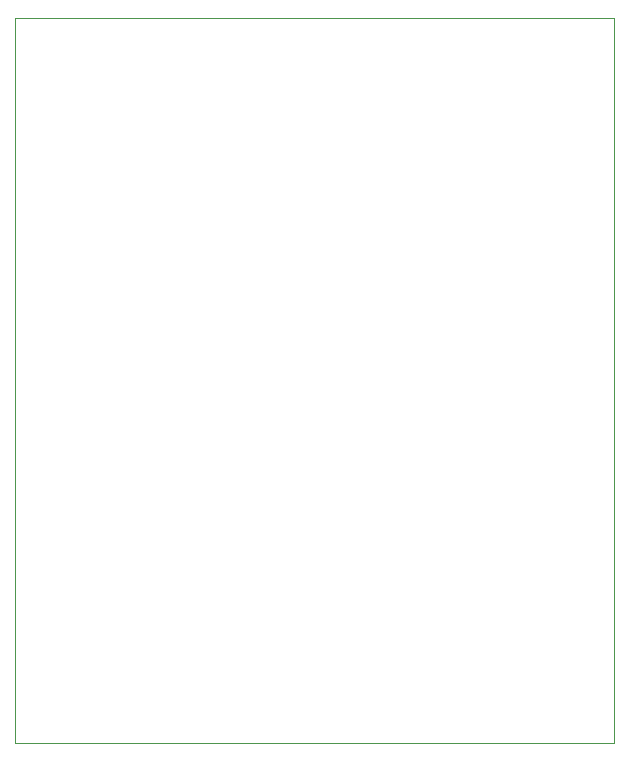
<source format=gbr>
%TF.GenerationSoftware,KiCad,Pcbnew,8.0.3*%
%TF.CreationDate,2024-11-10T11:38:16-08:00*%
%TF.ProjectId,Intel 105 BGA NOR+NAND,496e7465-6c20-4313-9035-20424741204e,rev?*%
%TF.SameCoordinates,Original*%
%TF.FileFunction,Profile,NP*%
%FSLAX46Y46*%
G04 Gerber Fmt 4.6, Leading zero omitted, Abs format (unit mm)*
G04 Created by KiCad (PCBNEW 8.0.3) date 2024-11-10 11:38:16*
%MOMM*%
%LPD*%
G01*
G04 APERTURE LIST*
%TA.AperFunction,Profile*%
%ADD10C,0.050000*%
%TD*%
G04 APERTURE END LIST*
D10*
X138007800Y-61925200D02*
X188701600Y-61925200D01*
X188701600Y-123240800D01*
X138007800Y-123240800D01*
X138007800Y-61925200D01*
M02*

</source>
